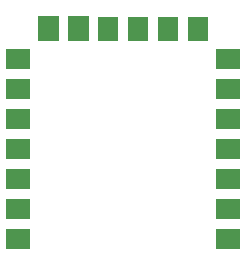
<source format=gbs>
G04 DipTrace 2.4.0.2*
%INUSBBiPower.gbs*%
%MOIN*%
%ADD75R,0.0689X0.082*%
%ADD76R,0.082X0.0689*%
%FSLAX44Y44*%
G04*
G70*
G90*
G75*
G01*
%LNBotMask*%
%LPD*%
D76*
X10947Y4296D3*
X3940Y9296D3*
X10940Y8296D3*
Y9296D3*
Y10296D3*
D75*
X9940Y11296D3*
D76*
X3940Y4296D3*
Y5296D3*
Y6296D3*
Y7296D3*
Y10296D3*
X10940Y5296D3*
Y6296D3*
Y7296D3*
X3940Y8296D3*
G36*
X5595Y11706D2*
X6285D1*
Y10886D1*
X5595D1*
Y11706D1*
G37*
G36*
X4595D2*
X5285D1*
Y10886D1*
X4595D1*
Y11706D1*
G37*
D75*
X6940Y11296D3*
X7940D3*
X8940D3*
M02*

</source>
